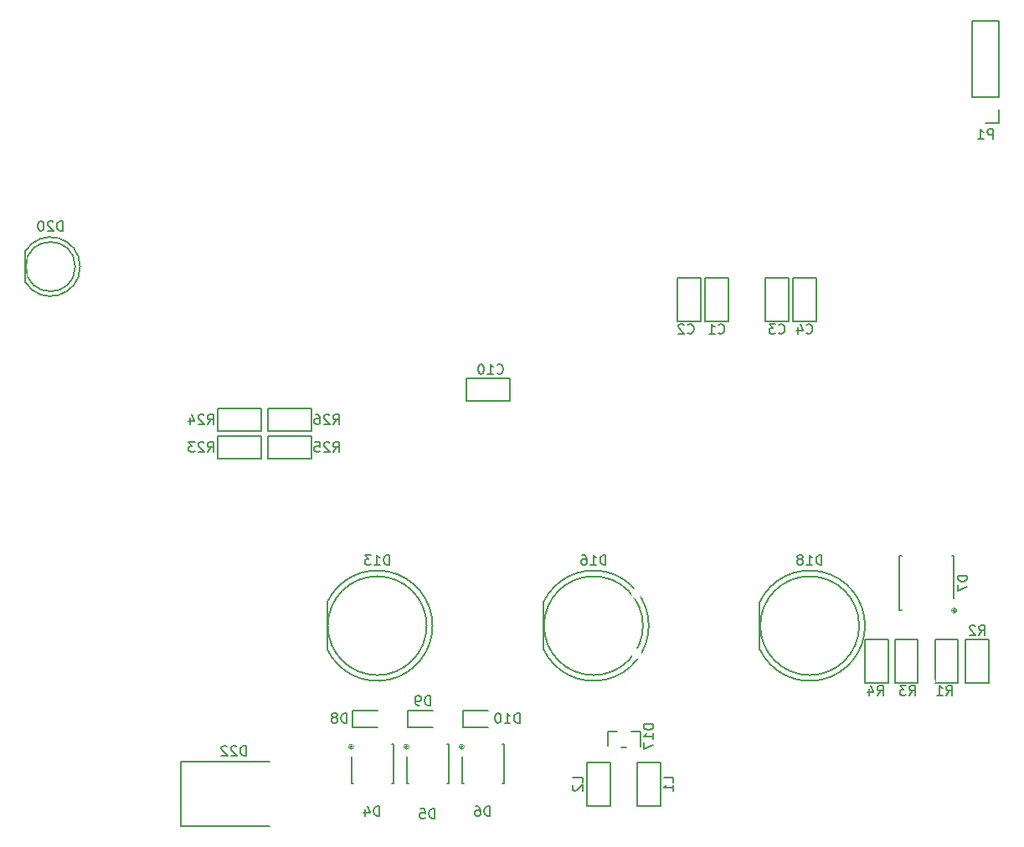
<source format=gbo>
G04 #@! TF.GenerationSoftware,KiCad,Pcbnew,(5.1.6)-1*
G04 #@! TF.CreationDate,2022-03-27T18:43:43+02:00*
G04 #@! TF.ProjectId,signalization_by_fireplace,7369676e-616c-4697-9a61-74696f6e5f62,rev?*
G04 #@! TF.SameCoordinates,Original*
G04 #@! TF.FileFunction,Legend,Bot*
G04 #@! TF.FilePolarity,Positive*
%FSLAX46Y46*%
G04 Gerber Fmt 4.6, Leading zero omitted, Abs format (unit mm)*
G04 Created by KiCad (PCBNEW (5.1.6)-1) date 2022-03-27 18:43:43*
%MOMM*%
%LPD*%
G01*
G04 APERTURE LIST*
%ADD10C,0.160000*%
%ADD11C,0.120000*%
%ADD12O,2.200000X2.200000*%
%ADD13R,2.200000X2.200000*%
%ADD14C,1.100000*%
%ADD15C,2.100000*%
%ADD16R,3.400000X4.100000*%
%ADD17R,1.000000X0.900000*%
%ADD18C,5.100000*%
%ADD19C,6.100000*%
%ADD20O,3.200000X3.200000*%
%ADD21R,3.200000X3.200000*%
%ADD22R,0.900000X2.100000*%
%ADD23C,0.100000*%
%ADD24C,3.600000*%
%ADD25R,3.600000X3.600000*%
%ADD26C,1.600000*%
%ADD27C,3.400000*%
%ADD28R,2.100000X2.100000*%
%ADD29R,1.100000X1.100000*%
%ADD30R,0.900000X2.300000*%
G04 APERTURE END LIST*
D10*
X241245200Y-81389740D02*
X243905200Y-81389740D01*
X242575200Y-83989740D02*
X243905200Y-83989740D01*
X243905200Y-83989740D02*
X243905200Y-82659740D01*
X241245200Y-81389740D02*
X241245200Y-73709740D01*
X243905200Y-81389740D02*
X243905200Y-73709740D01*
X241245200Y-73709740D02*
X243905200Y-73709740D01*
X161226500Y-148642000D02*
X170160500Y-148642000D01*
X161226500Y-148642000D02*
X161226500Y-155142000D01*
X161226500Y-155143200D02*
X170160500Y-155142000D01*
X189738000Y-145122000D02*
X192312000Y-145122000D01*
X189738000Y-143422000D02*
X192312000Y-143422000D01*
X189738000Y-145122000D02*
X189738000Y-143422000D01*
X184150000Y-145122000D02*
X186724000Y-145122000D01*
X184150000Y-143422000D02*
X186724000Y-143422000D01*
X184150000Y-145122000D02*
X184150000Y-143422000D01*
X178562000Y-145122000D02*
X181136000Y-145122000D01*
X178562000Y-143422000D02*
X181136000Y-143422000D01*
X178562000Y-145122000D02*
X178562000Y-143422000D01*
X233876000Y-133281000D02*
X233876000Y-127831000D01*
X233876000Y-133281000D02*
X234061000Y-133281000D01*
X239326000Y-127831000D02*
X239141000Y-127831000D01*
X233876000Y-127831000D02*
X234061000Y-127831000D01*
X239326000Y-132080000D02*
X239326000Y-127831000D01*
D11*
X239649000Y-133350000D02*
G75*
G03*
X239649000Y-133350000I-254000J0D01*
G01*
X239574605Y-133350000D02*
G75*
G03*
X239574605Y-133350000I-179605J0D01*
G01*
X239522000Y-133350000D02*
G75*
G03*
X239522000Y-133350000I-127000J0D01*
G01*
X239451796Y-133350000D02*
G75*
G03*
X239451796Y-133350000I-56796J0D01*
G01*
D10*
X207354000Y-153076000D02*
X209714000Y-153076000D01*
X209714000Y-153076000D02*
X209714000Y-148676000D01*
X209714000Y-148676000D02*
X207354000Y-148676000D01*
X207354000Y-148676000D02*
X207354000Y-153076000D01*
X170012000Y-115226000D02*
X174412000Y-115226000D01*
X174412000Y-115226000D02*
X174412000Y-112866000D01*
X174412000Y-112866000D02*
X170012000Y-112866000D01*
X170012000Y-112866000D02*
X170012000Y-115226000D01*
X174412000Y-115660000D02*
X170012000Y-115660000D01*
X170012000Y-115660000D02*
X170012000Y-118020000D01*
X170012000Y-118020000D02*
X174412000Y-118020000D01*
X174412000Y-118020000D02*
X174412000Y-115660000D01*
X169332000Y-112866000D02*
X164932000Y-112866000D01*
X164932000Y-112866000D02*
X164932000Y-115226000D01*
X164932000Y-115226000D02*
X169332000Y-115226000D01*
X169332000Y-115226000D02*
X169332000Y-112866000D01*
X169332000Y-115660000D02*
X164932000Y-115660000D01*
X164932000Y-115660000D02*
X164932000Y-118020000D01*
X164932000Y-118020000D02*
X169332000Y-118020000D01*
X169332000Y-118020000D02*
X169332000Y-115660000D01*
X230404500Y-136230000D02*
X230404500Y-140630000D01*
X230404500Y-140630000D02*
X232764500Y-140630000D01*
X232764500Y-140630000D02*
X232764500Y-136230000D01*
X232764500Y-136230000D02*
X230404500Y-136230000D01*
X233389000Y-136230000D02*
X233389000Y-140630000D01*
X233389000Y-140630000D02*
X235749000Y-140630000D01*
X235749000Y-140630000D02*
X235749000Y-136230000D01*
X235749000Y-136230000D02*
X233389000Y-136230000D01*
X240564500Y-136230000D02*
X240564500Y-140630000D01*
X240564500Y-140630000D02*
X242924500Y-140630000D01*
X242924500Y-140630000D02*
X242924500Y-136230000D01*
X242924500Y-136230000D02*
X240564500Y-136230000D01*
X237453000Y-136230000D02*
X237453000Y-140630000D01*
X237453000Y-140630000D02*
X239813000Y-140630000D01*
X239813000Y-140630000D02*
X239813000Y-136230000D01*
X239813000Y-136230000D02*
X237453000Y-136230000D01*
X202274000Y-153076000D02*
X204634000Y-153076000D01*
X204634000Y-153076000D02*
X204634000Y-148676000D01*
X204634000Y-148676000D02*
X202274000Y-148676000D01*
X202274000Y-148676000D02*
X202274000Y-153076000D01*
X150518500Y-98552000D02*
G75*
G03*
X150518500Y-98552000I-2500000J0D01*
G01*
X145458500Y-100097000D02*
X145458500Y-97007000D01*
X151008500Y-98552462D02*
G75*
G03*
X145458500Y-97007170I-2990000J462D01*
G01*
X151008500Y-98551538D02*
G75*
G02*
X145458500Y-100096830I-2990000J-462D01*
G01*
X229790000Y-134874000D02*
G75*
G03*
X229790000Y-134874000I-5000000J0D01*
G01*
X219730000Y-137250000D02*
X219730000Y-132498000D01*
X230379998Y-134878741D02*
G75*
G02*
X219730000Y-137249816I-5589998J4741D01*
G01*
X230379998Y-134869259D02*
G75*
G03*
X219730000Y-132498184I-5589998J-4741D01*
G01*
X206248000Y-147193000D02*
X205740000Y-147193000D01*
X204343000Y-145544000D02*
X205273000Y-145544000D01*
X207645000Y-145544000D02*
X206715000Y-145544000D01*
X207645000Y-145544000D02*
X207645000Y-147066000D01*
X204343000Y-145544000D02*
X204343000Y-147004000D01*
X207924000Y-134874000D02*
G75*
G03*
X207924000Y-134874000I-5000000J0D01*
G01*
X197864000Y-137250000D02*
X197864000Y-132498000D01*
X208513998Y-134878741D02*
G75*
G02*
X197864000Y-137249816I-5589998J4741D01*
G01*
X208513998Y-134869259D02*
G75*
G03*
X197864000Y-132498184I-5589998J-4741D01*
G01*
X186058000Y-134874000D02*
G75*
G03*
X186058000Y-134874000I-5000000J0D01*
G01*
X175998000Y-137250000D02*
X175998000Y-132498000D01*
X186647998Y-134878741D02*
G75*
G02*
X175998000Y-137249816I-5589998J4741D01*
G01*
X186647998Y-134869259D02*
G75*
G03*
X175998000Y-132498184I-5589998J-4741D01*
G01*
D11*
X189659510Y-147129500D02*
G75*
G03*
X189659510Y-147129500I-63500J0D01*
G01*
X189738000Y-147129500D02*
G75*
G03*
X189738000Y-147129500I-141990J0D01*
G01*
X189850010Y-147129500D02*
G75*
G03*
X189850010Y-147129500I-254000J0D01*
G01*
D10*
X189690000Y-148082000D02*
X189690000Y-150834000D01*
X193738500Y-146854000D02*
X193850000Y-146854000D01*
X193850000Y-146854000D02*
X193850000Y-150834000D01*
X193738500Y-150834000D02*
X193850000Y-150834000D01*
X189690000Y-150834000D02*
X189801500Y-150834000D01*
D11*
X184071510Y-147129500D02*
G75*
G03*
X184071510Y-147129500I-63500J0D01*
G01*
X184150000Y-147129500D02*
G75*
G03*
X184150000Y-147129500I-141990J0D01*
G01*
X184262010Y-147129500D02*
G75*
G03*
X184262010Y-147129500I-254000J0D01*
G01*
D10*
X184102000Y-148082000D02*
X184102000Y-150834000D01*
X188150500Y-146854000D02*
X188262000Y-146854000D01*
X188262000Y-146854000D02*
X188262000Y-150834000D01*
X188150500Y-150834000D02*
X188262000Y-150834000D01*
X184102000Y-150834000D02*
X184213500Y-150834000D01*
D11*
X178483510Y-147129500D02*
G75*
G03*
X178483510Y-147129500I-63500J0D01*
G01*
X178562000Y-147129500D02*
G75*
G03*
X178562000Y-147129500I-141990J0D01*
G01*
X178674010Y-147129500D02*
G75*
G03*
X178674010Y-147129500I-254000J0D01*
G01*
D10*
X178514000Y-148082000D02*
X178514000Y-150834000D01*
X182562500Y-146854000D02*
X182674000Y-146854000D01*
X182674000Y-146854000D02*
X182674000Y-150834000D01*
X182562500Y-150834000D02*
X182674000Y-150834000D01*
X178514000Y-150834000D02*
X178625500Y-150834000D01*
X190078000Y-109818000D02*
X190078000Y-112178000D01*
X194478000Y-112178000D02*
X194478000Y-109818000D01*
X190078000Y-112178000D02*
X194478000Y-112178000D01*
X194478000Y-109818000D02*
X190078000Y-109818000D01*
X223102000Y-104054000D02*
X225462000Y-104054000D01*
X225462000Y-99654000D02*
X223102000Y-99654000D01*
X225462000Y-104054000D02*
X225462000Y-99654000D01*
X223102000Y-99654000D02*
X223102000Y-104054000D01*
X220308000Y-104054000D02*
X222668000Y-104054000D01*
X222668000Y-99654000D02*
X220308000Y-99654000D01*
X222668000Y-104054000D02*
X222668000Y-99654000D01*
X220308000Y-99654000D02*
X220308000Y-104054000D01*
X211418000Y-104054000D02*
X213778000Y-104054000D01*
X213778000Y-99654000D02*
X211418000Y-99654000D01*
X213778000Y-104054000D02*
X213778000Y-99654000D01*
X211418000Y-99654000D02*
X211418000Y-104054000D01*
X214212000Y-104054000D02*
X216572000Y-104054000D01*
X216572000Y-99654000D02*
X214212000Y-99654000D01*
X216572000Y-104054000D02*
X216572000Y-99654000D01*
X214212000Y-99654000D02*
X214212000Y-104054000D01*
X243313295Y-85652120D02*
X243313295Y-84652120D01*
X242932342Y-84652120D01*
X242837104Y-84699740D01*
X242789485Y-84747359D01*
X242741866Y-84842597D01*
X242741866Y-84985454D01*
X242789485Y-85080692D01*
X242837104Y-85128311D01*
X242932342Y-85175930D01*
X243313295Y-85175930D01*
X241789485Y-85652120D02*
X242360914Y-85652120D01*
X242075200Y-85652120D02*
X242075200Y-84652120D01*
X242170438Y-84794978D01*
X242265676Y-84890216D01*
X242360914Y-84937835D01*
X167774785Y-148026380D02*
X167774785Y-147026380D01*
X167536690Y-147026380D01*
X167393833Y-147074000D01*
X167298595Y-147169238D01*
X167250976Y-147264476D01*
X167203357Y-147454952D01*
X167203357Y-147597809D01*
X167250976Y-147788285D01*
X167298595Y-147883523D01*
X167393833Y-147978761D01*
X167536690Y-148026380D01*
X167774785Y-148026380D01*
X166822404Y-147121619D02*
X166774785Y-147074000D01*
X166679547Y-147026380D01*
X166441452Y-147026380D01*
X166346214Y-147074000D01*
X166298595Y-147121619D01*
X166250976Y-147216857D01*
X166250976Y-147312095D01*
X166298595Y-147454952D01*
X166870023Y-148026380D01*
X166250976Y-148026380D01*
X165870023Y-147121619D02*
X165822404Y-147074000D01*
X165727166Y-147026380D01*
X165489071Y-147026380D01*
X165393833Y-147074000D01*
X165346214Y-147121619D01*
X165298595Y-147216857D01*
X165298595Y-147312095D01*
X165346214Y-147454952D01*
X165917642Y-148026380D01*
X165298595Y-148026380D01*
X195460785Y-144724380D02*
X195460785Y-143724380D01*
X195222690Y-143724380D01*
X195079833Y-143772000D01*
X194984595Y-143867238D01*
X194936976Y-143962476D01*
X194889357Y-144152952D01*
X194889357Y-144295809D01*
X194936976Y-144486285D01*
X194984595Y-144581523D01*
X195079833Y-144676761D01*
X195222690Y-144724380D01*
X195460785Y-144724380D01*
X193936976Y-144724380D02*
X194508404Y-144724380D01*
X194222690Y-144724380D02*
X194222690Y-143724380D01*
X194317928Y-143867238D01*
X194413166Y-143962476D01*
X194508404Y-144010095D01*
X193317928Y-143724380D02*
X193222690Y-143724380D01*
X193127452Y-143772000D01*
X193079833Y-143819619D01*
X193032214Y-143914857D01*
X192984595Y-144105333D01*
X192984595Y-144343428D01*
X193032214Y-144533904D01*
X193079833Y-144629142D01*
X193127452Y-144676761D01*
X193222690Y-144724380D01*
X193317928Y-144724380D01*
X193413166Y-144676761D01*
X193460785Y-144629142D01*
X193508404Y-144533904D01*
X193556023Y-144343428D01*
X193556023Y-144105333D01*
X193508404Y-143914857D01*
X193460785Y-143819619D01*
X193413166Y-143772000D01*
X193317928Y-143724380D01*
X186412095Y-142946380D02*
X186412095Y-141946380D01*
X186174000Y-141946380D01*
X186031142Y-141994000D01*
X185935904Y-142089238D01*
X185888285Y-142184476D01*
X185840666Y-142374952D01*
X185840666Y-142517809D01*
X185888285Y-142708285D01*
X185935904Y-142803523D01*
X186031142Y-142898761D01*
X186174000Y-142946380D01*
X186412095Y-142946380D01*
X185364476Y-142946380D02*
X185174000Y-142946380D01*
X185078761Y-142898761D01*
X185031142Y-142851142D01*
X184935904Y-142708285D01*
X184888285Y-142517809D01*
X184888285Y-142136857D01*
X184935904Y-142041619D01*
X184983523Y-141994000D01*
X185078761Y-141946380D01*
X185269238Y-141946380D01*
X185364476Y-141994000D01*
X185412095Y-142041619D01*
X185459714Y-142136857D01*
X185459714Y-142374952D01*
X185412095Y-142470190D01*
X185364476Y-142517809D01*
X185269238Y-142565428D01*
X185078761Y-142565428D01*
X184983523Y-142517809D01*
X184935904Y-142470190D01*
X184888285Y-142374952D01*
X177966595Y-144724380D02*
X177966595Y-143724380D01*
X177728500Y-143724380D01*
X177585642Y-143772000D01*
X177490404Y-143867238D01*
X177442785Y-143962476D01*
X177395166Y-144152952D01*
X177395166Y-144295809D01*
X177442785Y-144486285D01*
X177490404Y-144581523D01*
X177585642Y-144676761D01*
X177728500Y-144724380D01*
X177966595Y-144724380D01*
X176823738Y-144152952D02*
X176918976Y-144105333D01*
X176966595Y-144057714D01*
X177014214Y-143962476D01*
X177014214Y-143914857D01*
X176966595Y-143819619D01*
X176918976Y-143772000D01*
X176823738Y-143724380D01*
X176633261Y-143724380D01*
X176538023Y-143772000D01*
X176490404Y-143819619D01*
X176442785Y-143914857D01*
X176442785Y-143962476D01*
X176490404Y-144057714D01*
X176538023Y-144105333D01*
X176633261Y-144152952D01*
X176823738Y-144152952D01*
X176918976Y-144200571D01*
X176966595Y-144248190D01*
X177014214Y-144343428D01*
X177014214Y-144533904D01*
X176966595Y-144629142D01*
X176918976Y-144676761D01*
X176823738Y-144724380D01*
X176633261Y-144724380D01*
X176538023Y-144676761D01*
X176490404Y-144629142D01*
X176442785Y-144533904D01*
X176442785Y-144343428D01*
X176490404Y-144248190D01*
X176538023Y-144200571D01*
X176633261Y-144152952D01*
X240736380Y-129817904D02*
X239736380Y-129817904D01*
X239736380Y-130056000D01*
X239784000Y-130198857D01*
X239879238Y-130294095D01*
X239974476Y-130341714D01*
X240164952Y-130389333D01*
X240307809Y-130389333D01*
X240498285Y-130341714D01*
X240593523Y-130294095D01*
X240688761Y-130198857D01*
X240736380Y-130056000D01*
X240736380Y-129817904D01*
X239736380Y-130722666D02*
X239736380Y-131389333D01*
X240736380Y-130960761D01*
X211018380Y-150709333D02*
X211018380Y-150233142D01*
X210018380Y-150233142D01*
X211018380Y-151566476D02*
X211018380Y-150995047D01*
X211018380Y-151280761D02*
X210018380Y-151280761D01*
X210161238Y-151185523D01*
X210256476Y-151090285D01*
X210304095Y-150995047D01*
X176601357Y-114498380D02*
X176934690Y-114022190D01*
X177172785Y-114498380D02*
X177172785Y-113498380D01*
X176791833Y-113498380D01*
X176696595Y-113546000D01*
X176648976Y-113593619D01*
X176601357Y-113688857D01*
X176601357Y-113831714D01*
X176648976Y-113926952D01*
X176696595Y-113974571D01*
X176791833Y-114022190D01*
X177172785Y-114022190D01*
X176220404Y-113593619D02*
X176172785Y-113546000D01*
X176077547Y-113498380D01*
X175839452Y-113498380D01*
X175744214Y-113546000D01*
X175696595Y-113593619D01*
X175648976Y-113688857D01*
X175648976Y-113784095D01*
X175696595Y-113926952D01*
X176268023Y-114498380D01*
X175648976Y-114498380D01*
X174791833Y-113498380D02*
X174982309Y-113498380D01*
X175077547Y-113546000D01*
X175125166Y-113593619D01*
X175220404Y-113736476D01*
X175268023Y-113926952D01*
X175268023Y-114307904D01*
X175220404Y-114403142D01*
X175172785Y-114450761D01*
X175077547Y-114498380D01*
X174887071Y-114498380D01*
X174791833Y-114450761D01*
X174744214Y-114403142D01*
X174696595Y-114307904D01*
X174696595Y-114069809D01*
X174744214Y-113974571D01*
X174791833Y-113926952D01*
X174887071Y-113879333D01*
X175077547Y-113879333D01*
X175172785Y-113926952D01*
X175220404Y-113974571D01*
X175268023Y-114069809D01*
X176601357Y-117292380D02*
X176934690Y-116816190D01*
X177172785Y-117292380D02*
X177172785Y-116292380D01*
X176791833Y-116292380D01*
X176696595Y-116340000D01*
X176648976Y-116387619D01*
X176601357Y-116482857D01*
X176601357Y-116625714D01*
X176648976Y-116720952D01*
X176696595Y-116768571D01*
X176791833Y-116816190D01*
X177172785Y-116816190D01*
X176220404Y-116387619D02*
X176172785Y-116340000D01*
X176077547Y-116292380D01*
X175839452Y-116292380D01*
X175744214Y-116340000D01*
X175696595Y-116387619D01*
X175648976Y-116482857D01*
X175648976Y-116578095D01*
X175696595Y-116720952D01*
X176268023Y-117292380D01*
X175648976Y-117292380D01*
X174744214Y-116292380D02*
X175220404Y-116292380D01*
X175268023Y-116768571D01*
X175220404Y-116720952D01*
X175125166Y-116673333D01*
X174887071Y-116673333D01*
X174791833Y-116720952D01*
X174744214Y-116768571D01*
X174696595Y-116863809D01*
X174696595Y-117101904D01*
X174744214Y-117197142D01*
X174791833Y-117244761D01*
X174887071Y-117292380D01*
X175125166Y-117292380D01*
X175220404Y-117244761D01*
X175268023Y-117197142D01*
X163901357Y-114498380D02*
X164234690Y-114022190D01*
X164472785Y-114498380D02*
X164472785Y-113498380D01*
X164091833Y-113498380D01*
X163996595Y-113546000D01*
X163948976Y-113593619D01*
X163901357Y-113688857D01*
X163901357Y-113831714D01*
X163948976Y-113926952D01*
X163996595Y-113974571D01*
X164091833Y-114022190D01*
X164472785Y-114022190D01*
X163520404Y-113593619D02*
X163472785Y-113546000D01*
X163377547Y-113498380D01*
X163139452Y-113498380D01*
X163044214Y-113546000D01*
X162996595Y-113593619D01*
X162948976Y-113688857D01*
X162948976Y-113784095D01*
X162996595Y-113926952D01*
X163568023Y-114498380D01*
X162948976Y-114498380D01*
X162091833Y-113831714D02*
X162091833Y-114498380D01*
X162329928Y-113450761D02*
X162568023Y-114165047D01*
X161948976Y-114165047D01*
X163901357Y-117292380D02*
X164234690Y-116816190D01*
X164472785Y-117292380D02*
X164472785Y-116292380D01*
X164091833Y-116292380D01*
X163996595Y-116340000D01*
X163948976Y-116387619D01*
X163901357Y-116482857D01*
X163901357Y-116625714D01*
X163948976Y-116720952D01*
X163996595Y-116768571D01*
X164091833Y-116816190D01*
X164472785Y-116816190D01*
X163520404Y-116387619D02*
X163472785Y-116340000D01*
X163377547Y-116292380D01*
X163139452Y-116292380D01*
X163044214Y-116340000D01*
X162996595Y-116387619D01*
X162948976Y-116482857D01*
X162948976Y-116578095D01*
X162996595Y-116720952D01*
X163568023Y-117292380D01*
X162948976Y-117292380D01*
X162615642Y-116292380D02*
X161996595Y-116292380D01*
X162329928Y-116673333D01*
X162187071Y-116673333D01*
X162091833Y-116720952D01*
X162044214Y-116768571D01*
X161996595Y-116863809D01*
X161996595Y-117101904D01*
X162044214Y-117197142D01*
X162091833Y-117244761D01*
X162187071Y-117292380D01*
X162472785Y-117292380D01*
X162568023Y-117244761D01*
X162615642Y-117197142D01*
X231624166Y-141930380D02*
X231957500Y-141454190D01*
X232195595Y-141930380D02*
X232195595Y-140930380D01*
X231814642Y-140930380D01*
X231719404Y-140978000D01*
X231671785Y-141025619D01*
X231624166Y-141120857D01*
X231624166Y-141263714D01*
X231671785Y-141358952D01*
X231719404Y-141406571D01*
X231814642Y-141454190D01*
X232195595Y-141454190D01*
X230767023Y-141263714D02*
X230767023Y-141930380D01*
X231005119Y-140882761D02*
X231243214Y-141597047D01*
X230624166Y-141597047D01*
X234862666Y-141930380D02*
X235196000Y-141454190D01*
X235434095Y-141930380D02*
X235434095Y-140930380D01*
X235053142Y-140930380D01*
X234957904Y-140978000D01*
X234910285Y-141025619D01*
X234862666Y-141120857D01*
X234862666Y-141263714D01*
X234910285Y-141358952D01*
X234957904Y-141406571D01*
X235053142Y-141454190D01*
X235434095Y-141454190D01*
X234529333Y-140930380D02*
X233910285Y-140930380D01*
X234243619Y-141311333D01*
X234100761Y-141311333D01*
X234005523Y-141358952D01*
X233957904Y-141406571D01*
X233910285Y-141501809D01*
X233910285Y-141739904D01*
X233957904Y-141835142D01*
X234005523Y-141882761D01*
X234100761Y-141930380D01*
X234386476Y-141930380D01*
X234481714Y-141882761D01*
X234529333Y-141835142D01*
X241911166Y-135834380D02*
X242244500Y-135358190D01*
X242482595Y-135834380D02*
X242482595Y-134834380D01*
X242101642Y-134834380D01*
X242006404Y-134882000D01*
X241958785Y-134929619D01*
X241911166Y-135024857D01*
X241911166Y-135167714D01*
X241958785Y-135262952D01*
X242006404Y-135310571D01*
X242101642Y-135358190D01*
X242482595Y-135358190D01*
X241530214Y-134929619D02*
X241482595Y-134882000D01*
X241387357Y-134834380D01*
X241149261Y-134834380D01*
X241054023Y-134882000D01*
X241006404Y-134929619D01*
X240958785Y-135024857D01*
X240958785Y-135120095D01*
X241006404Y-135262952D01*
X241577833Y-135834380D01*
X240958785Y-135834380D01*
X238609166Y-141930380D02*
X238942500Y-141454190D01*
X239180595Y-141930380D02*
X239180595Y-140930380D01*
X238799642Y-140930380D01*
X238704404Y-140978000D01*
X238656785Y-141025619D01*
X238609166Y-141120857D01*
X238609166Y-141263714D01*
X238656785Y-141358952D01*
X238704404Y-141406571D01*
X238799642Y-141454190D01*
X239180595Y-141454190D01*
X237656785Y-141930380D02*
X238228214Y-141930380D01*
X237942500Y-141930380D02*
X237942500Y-140930380D01*
X238037738Y-141073238D01*
X238132976Y-141168476D01*
X238228214Y-141216095D01*
X201810880Y-150709333D02*
X201810880Y-150233142D01*
X200810880Y-150233142D01*
X200906119Y-150995047D02*
X200858500Y-151042666D01*
X200810880Y-151137904D01*
X200810880Y-151376000D01*
X200858500Y-151471238D01*
X200906119Y-151518857D01*
X201001357Y-151566476D01*
X201096595Y-151566476D01*
X201239452Y-151518857D01*
X201810880Y-150947428D01*
X201810880Y-151566476D01*
X149232785Y-94940380D02*
X149232785Y-93940380D01*
X148994690Y-93940380D01*
X148851833Y-93988000D01*
X148756595Y-94083238D01*
X148708976Y-94178476D01*
X148661357Y-94368952D01*
X148661357Y-94511809D01*
X148708976Y-94702285D01*
X148756595Y-94797523D01*
X148851833Y-94892761D01*
X148994690Y-94940380D01*
X149232785Y-94940380D01*
X148280404Y-94035619D02*
X148232785Y-93988000D01*
X148137547Y-93940380D01*
X147899452Y-93940380D01*
X147804214Y-93988000D01*
X147756595Y-94035619D01*
X147708976Y-94130857D01*
X147708976Y-94226095D01*
X147756595Y-94368952D01*
X148328023Y-94940380D01*
X147708976Y-94940380D01*
X147089928Y-93940380D02*
X146994690Y-93940380D01*
X146899452Y-93988000D01*
X146851833Y-94035619D01*
X146804214Y-94130857D01*
X146756595Y-94321333D01*
X146756595Y-94559428D01*
X146804214Y-94749904D01*
X146851833Y-94845142D01*
X146899452Y-94892761D01*
X146994690Y-94940380D01*
X147089928Y-94940380D01*
X147185166Y-94892761D01*
X147232785Y-94845142D01*
X147280404Y-94749904D01*
X147328023Y-94559428D01*
X147328023Y-94321333D01*
X147280404Y-94130857D01*
X147232785Y-94035619D01*
X147185166Y-93988000D01*
X147089928Y-93940380D01*
X226004285Y-128722380D02*
X226004285Y-127722380D01*
X225766190Y-127722380D01*
X225623333Y-127770000D01*
X225528095Y-127865238D01*
X225480476Y-127960476D01*
X225432857Y-128150952D01*
X225432857Y-128293809D01*
X225480476Y-128484285D01*
X225528095Y-128579523D01*
X225623333Y-128674761D01*
X225766190Y-128722380D01*
X226004285Y-128722380D01*
X224480476Y-128722380D02*
X225051904Y-128722380D01*
X224766190Y-128722380D02*
X224766190Y-127722380D01*
X224861428Y-127865238D01*
X224956666Y-127960476D01*
X225051904Y-128008095D01*
X223909047Y-128150952D02*
X224004285Y-128103333D01*
X224051904Y-128055714D01*
X224099523Y-127960476D01*
X224099523Y-127912857D01*
X224051904Y-127817619D01*
X224004285Y-127770000D01*
X223909047Y-127722380D01*
X223718571Y-127722380D01*
X223623333Y-127770000D01*
X223575714Y-127817619D01*
X223528095Y-127912857D01*
X223528095Y-127960476D01*
X223575714Y-128055714D01*
X223623333Y-128103333D01*
X223718571Y-128150952D01*
X223909047Y-128150952D01*
X224004285Y-128198571D01*
X224051904Y-128246190D01*
X224099523Y-128341428D01*
X224099523Y-128531904D01*
X224051904Y-128627142D01*
X224004285Y-128674761D01*
X223909047Y-128722380D01*
X223718571Y-128722380D01*
X223623333Y-128674761D01*
X223575714Y-128627142D01*
X223528095Y-128531904D01*
X223528095Y-128341428D01*
X223575714Y-128246190D01*
X223623333Y-128198571D01*
X223718571Y-128150952D01*
X208986380Y-144835714D02*
X207986380Y-144835714D01*
X207986380Y-145073809D01*
X208034000Y-145216666D01*
X208129238Y-145311904D01*
X208224476Y-145359523D01*
X208414952Y-145407142D01*
X208557809Y-145407142D01*
X208748285Y-145359523D01*
X208843523Y-145311904D01*
X208938761Y-145216666D01*
X208986380Y-145073809D01*
X208986380Y-144835714D01*
X208986380Y-146359523D02*
X208986380Y-145788095D01*
X208986380Y-146073809D02*
X207986380Y-146073809D01*
X208129238Y-145978571D01*
X208224476Y-145883333D01*
X208272095Y-145788095D01*
X207986380Y-146692857D02*
X207986380Y-147359523D01*
X208986380Y-146930952D01*
X204160285Y-128722380D02*
X204160285Y-127722380D01*
X203922190Y-127722380D01*
X203779333Y-127770000D01*
X203684095Y-127865238D01*
X203636476Y-127960476D01*
X203588857Y-128150952D01*
X203588857Y-128293809D01*
X203636476Y-128484285D01*
X203684095Y-128579523D01*
X203779333Y-128674761D01*
X203922190Y-128722380D01*
X204160285Y-128722380D01*
X202636476Y-128722380D02*
X203207904Y-128722380D01*
X202922190Y-128722380D02*
X202922190Y-127722380D01*
X203017428Y-127865238D01*
X203112666Y-127960476D01*
X203207904Y-128008095D01*
X201779333Y-127722380D02*
X201969809Y-127722380D01*
X202065047Y-127770000D01*
X202112666Y-127817619D01*
X202207904Y-127960476D01*
X202255523Y-128150952D01*
X202255523Y-128531904D01*
X202207904Y-128627142D01*
X202160285Y-128674761D01*
X202065047Y-128722380D01*
X201874571Y-128722380D01*
X201779333Y-128674761D01*
X201731714Y-128627142D01*
X201684095Y-128531904D01*
X201684095Y-128293809D01*
X201731714Y-128198571D01*
X201779333Y-128150952D01*
X201874571Y-128103333D01*
X202065047Y-128103333D01*
X202160285Y-128150952D01*
X202207904Y-128198571D01*
X202255523Y-128293809D01*
X182272285Y-128722380D02*
X182272285Y-127722380D01*
X182034190Y-127722380D01*
X181891333Y-127770000D01*
X181796095Y-127865238D01*
X181748476Y-127960476D01*
X181700857Y-128150952D01*
X181700857Y-128293809D01*
X181748476Y-128484285D01*
X181796095Y-128579523D01*
X181891333Y-128674761D01*
X182034190Y-128722380D01*
X182272285Y-128722380D01*
X180748476Y-128722380D02*
X181319904Y-128722380D01*
X181034190Y-128722380D02*
X181034190Y-127722380D01*
X181129428Y-127865238D01*
X181224666Y-127960476D01*
X181319904Y-128008095D01*
X180415142Y-127722380D02*
X179796095Y-127722380D01*
X180129428Y-128103333D01*
X179986571Y-128103333D01*
X179891333Y-128150952D01*
X179843714Y-128198571D01*
X179796095Y-128293809D01*
X179796095Y-128531904D01*
X179843714Y-128627142D01*
X179891333Y-128674761D01*
X179986571Y-128722380D01*
X180272285Y-128722380D01*
X180367523Y-128674761D01*
X180415142Y-128627142D01*
X192444595Y-154122380D02*
X192444595Y-153122380D01*
X192206500Y-153122380D01*
X192063642Y-153170000D01*
X191968404Y-153265238D01*
X191920785Y-153360476D01*
X191873166Y-153550952D01*
X191873166Y-153693809D01*
X191920785Y-153884285D01*
X191968404Y-153979523D01*
X192063642Y-154074761D01*
X192206500Y-154122380D01*
X192444595Y-154122380D01*
X191016023Y-153122380D02*
X191206500Y-153122380D01*
X191301738Y-153170000D01*
X191349357Y-153217619D01*
X191444595Y-153360476D01*
X191492214Y-153550952D01*
X191492214Y-153931904D01*
X191444595Y-154027142D01*
X191396976Y-154074761D01*
X191301738Y-154122380D01*
X191111261Y-154122380D01*
X191016023Y-154074761D01*
X190968404Y-154027142D01*
X190920785Y-153931904D01*
X190920785Y-153693809D01*
X190968404Y-153598571D01*
X191016023Y-153550952D01*
X191111261Y-153503333D01*
X191301738Y-153503333D01*
X191396976Y-153550952D01*
X191444595Y-153598571D01*
X191492214Y-153693809D01*
X186856595Y-154376380D02*
X186856595Y-153376380D01*
X186618500Y-153376380D01*
X186475642Y-153424000D01*
X186380404Y-153519238D01*
X186332785Y-153614476D01*
X186285166Y-153804952D01*
X186285166Y-153947809D01*
X186332785Y-154138285D01*
X186380404Y-154233523D01*
X186475642Y-154328761D01*
X186618500Y-154376380D01*
X186856595Y-154376380D01*
X185380404Y-153376380D02*
X185856595Y-153376380D01*
X185904214Y-153852571D01*
X185856595Y-153804952D01*
X185761357Y-153757333D01*
X185523261Y-153757333D01*
X185428023Y-153804952D01*
X185380404Y-153852571D01*
X185332785Y-153947809D01*
X185332785Y-154185904D01*
X185380404Y-154281142D01*
X185428023Y-154328761D01*
X185523261Y-154376380D01*
X185761357Y-154376380D01*
X185856595Y-154328761D01*
X185904214Y-154281142D01*
X181268595Y-154122380D02*
X181268595Y-153122380D01*
X181030500Y-153122380D01*
X180887642Y-153170000D01*
X180792404Y-153265238D01*
X180744785Y-153360476D01*
X180697166Y-153550952D01*
X180697166Y-153693809D01*
X180744785Y-153884285D01*
X180792404Y-153979523D01*
X180887642Y-154074761D01*
X181030500Y-154122380D01*
X181268595Y-154122380D01*
X179840023Y-153455714D02*
X179840023Y-154122380D01*
X180078119Y-153074761D02*
X180316214Y-153789047D01*
X179697166Y-153789047D01*
X193174857Y-109323142D02*
X193222476Y-109370761D01*
X193365333Y-109418380D01*
X193460571Y-109418380D01*
X193603428Y-109370761D01*
X193698666Y-109275523D01*
X193746285Y-109180285D01*
X193793904Y-108989809D01*
X193793904Y-108846952D01*
X193746285Y-108656476D01*
X193698666Y-108561238D01*
X193603428Y-108466000D01*
X193460571Y-108418380D01*
X193365333Y-108418380D01*
X193222476Y-108466000D01*
X193174857Y-108513619D01*
X192222476Y-109418380D02*
X192793904Y-109418380D01*
X192508190Y-109418380D02*
X192508190Y-108418380D01*
X192603428Y-108561238D01*
X192698666Y-108656476D01*
X192793904Y-108704095D01*
X191603428Y-108418380D02*
X191508190Y-108418380D01*
X191412952Y-108466000D01*
X191365333Y-108513619D01*
X191317714Y-108608857D01*
X191270095Y-108799333D01*
X191270095Y-109037428D01*
X191317714Y-109227904D01*
X191365333Y-109323142D01*
X191412952Y-109370761D01*
X191508190Y-109418380D01*
X191603428Y-109418380D01*
X191698666Y-109370761D01*
X191746285Y-109323142D01*
X191793904Y-109227904D01*
X191841523Y-109037428D01*
X191841523Y-108799333D01*
X191793904Y-108608857D01*
X191746285Y-108513619D01*
X191698666Y-108466000D01*
X191603428Y-108418380D01*
X224448666Y-105259142D02*
X224496285Y-105306761D01*
X224639142Y-105354380D01*
X224734380Y-105354380D01*
X224877238Y-105306761D01*
X224972476Y-105211523D01*
X225020095Y-105116285D01*
X225067714Y-104925809D01*
X225067714Y-104782952D01*
X225020095Y-104592476D01*
X224972476Y-104497238D01*
X224877238Y-104402000D01*
X224734380Y-104354380D01*
X224639142Y-104354380D01*
X224496285Y-104402000D01*
X224448666Y-104449619D01*
X223591523Y-104687714D02*
X223591523Y-105354380D01*
X223829619Y-104306761D02*
X224067714Y-105021047D01*
X223448666Y-105021047D01*
X221654666Y-105259142D02*
X221702285Y-105306761D01*
X221845142Y-105354380D01*
X221940380Y-105354380D01*
X222083238Y-105306761D01*
X222178476Y-105211523D01*
X222226095Y-105116285D01*
X222273714Y-104925809D01*
X222273714Y-104782952D01*
X222226095Y-104592476D01*
X222178476Y-104497238D01*
X222083238Y-104402000D01*
X221940380Y-104354380D01*
X221845142Y-104354380D01*
X221702285Y-104402000D01*
X221654666Y-104449619D01*
X221321333Y-104354380D02*
X220702285Y-104354380D01*
X221035619Y-104735333D01*
X220892761Y-104735333D01*
X220797523Y-104782952D01*
X220749904Y-104830571D01*
X220702285Y-104925809D01*
X220702285Y-105163904D01*
X220749904Y-105259142D01*
X220797523Y-105306761D01*
X220892761Y-105354380D01*
X221178476Y-105354380D01*
X221273714Y-105306761D01*
X221321333Y-105259142D01*
X212447166Y-105259142D02*
X212494785Y-105306761D01*
X212637642Y-105354380D01*
X212732880Y-105354380D01*
X212875738Y-105306761D01*
X212970976Y-105211523D01*
X213018595Y-105116285D01*
X213066214Y-104925809D01*
X213066214Y-104782952D01*
X213018595Y-104592476D01*
X212970976Y-104497238D01*
X212875738Y-104402000D01*
X212732880Y-104354380D01*
X212637642Y-104354380D01*
X212494785Y-104402000D01*
X212447166Y-104449619D01*
X212066214Y-104449619D02*
X212018595Y-104402000D01*
X211923357Y-104354380D01*
X211685261Y-104354380D01*
X211590023Y-104402000D01*
X211542404Y-104449619D01*
X211494785Y-104544857D01*
X211494785Y-104640095D01*
X211542404Y-104782952D01*
X212113833Y-105354380D01*
X211494785Y-105354380D01*
X215558666Y-105259142D02*
X215606285Y-105306761D01*
X215749142Y-105354380D01*
X215844380Y-105354380D01*
X215987238Y-105306761D01*
X216082476Y-105211523D01*
X216130095Y-105116285D01*
X216177714Y-104925809D01*
X216177714Y-104782952D01*
X216130095Y-104592476D01*
X216082476Y-104497238D01*
X215987238Y-104402000D01*
X215844380Y-104354380D01*
X215749142Y-104354380D01*
X215606285Y-104402000D01*
X215558666Y-104449619D01*
X214606285Y-105354380D02*
X215177714Y-105354380D01*
X214892000Y-105354380D02*
X214892000Y-104354380D01*
X214987238Y-104497238D01*
X215082476Y-104592476D01*
X215177714Y-104640095D01*
%LPC*%
D12*
X242575200Y-80119740D03*
X242575200Y-75039740D03*
D13*
X242575200Y-82659740D03*
D12*
X242575200Y-77579740D03*
D14*
X247650000Y-76708000D03*
X144462500Y-95250000D03*
X158750000Y-76708000D03*
D15*
X160985200Y-113030000D03*
X158432500Y-115570000D03*
X158432500Y-110490000D03*
D14*
X171894500Y-120904000D03*
X168592500Y-145288000D03*
X163157337Y-145326037D03*
D16*
X163160500Y-151892000D03*
X169960500Y-151892000D03*
D17*
X191987000Y-144272000D03*
X190537000Y-144272000D03*
X186399000Y-144272000D03*
X184949000Y-144272000D03*
X180811000Y-144272000D03*
X179361000Y-144272000D03*
D18*
X156424000Y-126080000D03*
X249468000Y-126080000D03*
X249468000Y-71080000D03*
X156424000Y-71080000D03*
D19*
X141668500Y-157533922D03*
X197400000Y-157480000D03*
X214460000Y-157480000D03*
X250460500Y-135302000D03*
X264350500Y-157480000D03*
X264350500Y-72073441D03*
X141668500Y-72106428D03*
D14*
X153352500Y-159004000D03*
X240982500Y-159004000D03*
X256730500Y-159004000D03*
D20*
X257492500Y-143004000D03*
X257492500Y-146644000D03*
D21*
X257492500Y-153924000D03*
D20*
X257492500Y-150284000D03*
X240792000Y-143004000D03*
X240792000Y-146644000D03*
D21*
X240792000Y-153924000D03*
D20*
X240792000Y-150284000D03*
D14*
X207264000Y-137668000D03*
X186944000Y-131318000D03*
X186944000Y-137414000D03*
X180022500Y-137414000D03*
X225044000Y-136906000D03*
X218440000Y-138430000D03*
X207264000Y-131572000D03*
X201612500Y-137668000D03*
X261556500Y-146050000D03*
X234950000Y-76708000D03*
X184150000Y-76708000D03*
X171450000Y-76708000D03*
X144462500Y-107950000D03*
X144462500Y-120650000D03*
X210058000Y-117856000D03*
X210058000Y-108458000D03*
X185166000Y-110236000D03*
X185166000Y-124968000D03*
X220916500Y-159004000D03*
X231076500Y-159004000D03*
X259270500Y-133350000D03*
X259270500Y-120650000D03*
X259270500Y-107950000D03*
X259270500Y-95250000D03*
X259270500Y-82550000D03*
X222250000Y-76708000D03*
X209550000Y-76708000D03*
X196850000Y-76708000D03*
X144462500Y-82550000D03*
X144462500Y-133350000D03*
X144462500Y-146050000D03*
X208026000Y-143002000D03*
X180530500Y-152400000D03*
X186182000Y-152400000D03*
X191770000Y-152400000D03*
X190500000Y-142748000D03*
X192024000Y-142748000D03*
X180848000Y-142748000D03*
X179324000Y-142748000D03*
X195072000Y-137668000D03*
X192024000Y-137668000D03*
X251650500Y-146558000D03*
X224980500Y-155194000D03*
X228346000Y-148082000D03*
X236982000Y-140462000D03*
X231076500Y-131826000D03*
X228854000Y-124968000D03*
X228854000Y-122174000D03*
X236474000Y-123952000D03*
X223520000Y-115824000D03*
X224536000Y-106680000D03*
X222504000Y-106680000D03*
X213868000Y-104902000D03*
X215900000Y-99060000D03*
X218440000Y-99060000D03*
X220980000Y-99060000D03*
X227076000Y-103124000D03*
X235966000Y-91440000D03*
X235902500Y-84582000D03*
X198120000Y-81788000D03*
X181546500Y-85090000D03*
X195072000Y-110490000D03*
X208788000Y-106172000D03*
X190754000Y-112776000D03*
X195072000Y-112776000D03*
X204470000Y-121666000D03*
X193548000Y-123190000D03*
X168656000Y-110236000D03*
X163004500Y-118618000D03*
X176022000Y-98552000D03*
X173482000Y-105918000D03*
X163068000Y-106172000D03*
X185166000Y-114808000D03*
X168656000Y-105918000D03*
X172212000Y-109982000D03*
X170688000Y-109982000D03*
X188214000Y-118872000D03*
X165862000Y-119126000D03*
X169926000Y-120904000D03*
X168656000Y-120904000D03*
D22*
X237236000Y-133316000D03*
X235966000Y-127796000D03*
X237236000Y-127796000D03*
X238506000Y-133316000D03*
X234696000Y-127796000D03*
X238506000Y-127796000D03*
X235966000Y-133316000D03*
X234696000Y-133316000D03*
D23*
G36*
X209484000Y-152846000D02*
G01*
X207584000Y-152846000D01*
X207584000Y-151446000D01*
X209484000Y-151446000D01*
X209484000Y-152846000D01*
G37*
G36*
X209484000Y-150306000D02*
G01*
X207584000Y-150306000D01*
X207584000Y-148906000D01*
X209484000Y-148906000D01*
X209484000Y-150306000D01*
G37*
G36*
X171642000Y-113096000D02*
G01*
X171642000Y-114996000D01*
X170242000Y-114996000D01*
X170242000Y-113096000D01*
X171642000Y-113096000D01*
G37*
G36*
X174182000Y-113096000D02*
G01*
X174182000Y-114996000D01*
X172782000Y-114996000D01*
X172782000Y-113096000D01*
X174182000Y-113096000D01*
G37*
G36*
X172782000Y-117790000D02*
G01*
X172782000Y-115890000D01*
X174182000Y-115890000D01*
X174182000Y-117790000D01*
X172782000Y-117790000D01*
G37*
G36*
X170242000Y-117790000D02*
G01*
X170242000Y-115890000D01*
X171642000Y-115890000D01*
X171642000Y-117790000D01*
X170242000Y-117790000D01*
G37*
G36*
X167702000Y-114996000D02*
G01*
X167702000Y-113096000D01*
X169102000Y-113096000D01*
X169102000Y-114996000D01*
X167702000Y-114996000D01*
G37*
G36*
X165162000Y-114996000D02*
G01*
X165162000Y-113096000D01*
X166562000Y-113096000D01*
X166562000Y-114996000D01*
X165162000Y-114996000D01*
G37*
G36*
X167702000Y-117790000D02*
G01*
X167702000Y-115890000D01*
X169102000Y-115890000D01*
X169102000Y-117790000D01*
X167702000Y-117790000D01*
G37*
G36*
X165162000Y-117790000D02*
G01*
X165162000Y-115890000D01*
X166562000Y-115890000D01*
X166562000Y-117790000D01*
X165162000Y-117790000D01*
G37*
G36*
X232534500Y-137860000D02*
G01*
X230634500Y-137860000D01*
X230634500Y-136460000D01*
X232534500Y-136460000D01*
X232534500Y-137860000D01*
G37*
G36*
X232534500Y-140400000D02*
G01*
X230634500Y-140400000D01*
X230634500Y-139000000D01*
X232534500Y-139000000D01*
X232534500Y-140400000D01*
G37*
G36*
X235519000Y-137860000D02*
G01*
X233619000Y-137860000D01*
X233619000Y-136460000D01*
X235519000Y-136460000D01*
X235519000Y-137860000D01*
G37*
G36*
X235519000Y-140400000D02*
G01*
X233619000Y-140400000D01*
X233619000Y-139000000D01*
X235519000Y-139000000D01*
X235519000Y-140400000D01*
G37*
G36*
X242694500Y-137860000D02*
G01*
X240794500Y-137860000D01*
X240794500Y-136460000D01*
X242694500Y-136460000D01*
X242694500Y-137860000D01*
G37*
G36*
X242694500Y-140400000D02*
G01*
X240794500Y-140400000D01*
X240794500Y-139000000D01*
X242694500Y-139000000D01*
X242694500Y-140400000D01*
G37*
G36*
X239583000Y-137860000D02*
G01*
X237683000Y-137860000D01*
X237683000Y-136460000D01*
X239583000Y-136460000D01*
X239583000Y-137860000D01*
G37*
G36*
X239583000Y-140400000D02*
G01*
X237683000Y-140400000D01*
X237683000Y-139000000D01*
X239583000Y-139000000D01*
X239583000Y-140400000D01*
G37*
D13*
X185420000Y-101854000D03*
D12*
X185420000Y-96774000D03*
X185420000Y-99314000D03*
D13*
X189992000Y-101854000D03*
D12*
X189992000Y-96774000D03*
X189992000Y-99314000D03*
D13*
X194564000Y-101854000D03*
D12*
X194564000Y-96774000D03*
X194564000Y-99314000D03*
D13*
X199136000Y-101854000D03*
D12*
X199136000Y-96774000D03*
X199136000Y-99314000D03*
X243078000Y-97282000D03*
D13*
X243078000Y-94742000D03*
D12*
X239014000Y-94742000D03*
D13*
X239014000Y-97282000D03*
D12*
X231394000Y-97536000D03*
D13*
X231394000Y-94996000D03*
D12*
X227330000Y-94996000D03*
D13*
X227330000Y-97536000D03*
D12*
X227076000Y-115570000D03*
D13*
X227076000Y-113030000D03*
D12*
X231140000Y-113030000D03*
D13*
X231140000Y-115570000D03*
D12*
X239014000Y-115570000D03*
D13*
X239014000Y-113030000D03*
D12*
X243332000Y-113030000D03*
D13*
X243332000Y-115570000D03*
D12*
X215138000Y-91440000D03*
D13*
X215138000Y-93980000D03*
D12*
X209296000Y-91440000D03*
D13*
X209296000Y-93980000D03*
D23*
G36*
X204404000Y-152846000D02*
G01*
X202504000Y-152846000D01*
X202504000Y-151446000D01*
X204404000Y-151446000D01*
X204404000Y-152846000D01*
G37*
G36*
X204404000Y-150306000D02*
G01*
X202504000Y-150306000D01*
X202504000Y-148906000D01*
X204404000Y-148906000D01*
X204404000Y-150306000D01*
G37*
D24*
X163860000Y-157734000D03*
D25*
X168940000Y-157734000D03*
X203360000Y-155448000D03*
D24*
X208440000Y-155448000D03*
D26*
X224156000Y-146304000D03*
X230506000Y-143764000D03*
D27*
X220344000Y-152654000D03*
D26*
X229236000Y-146304000D03*
X222886000Y-143764000D03*
X226696000Y-146304000D03*
X225426000Y-143764000D03*
X227966000Y-143764000D03*
X221616000Y-146304000D03*
D27*
X231776000Y-152654000D03*
D24*
X186150000Y-157734000D03*
D25*
X191230000Y-157734000D03*
D24*
X181070000Y-157734000D03*
D28*
X146748500Y-98552000D03*
D15*
X149288500Y-98552000D03*
X226060000Y-134874000D03*
D28*
X223520000Y-134874000D03*
D29*
X205994000Y-145104000D03*
X205044000Y-147304000D03*
X206944000Y-147304000D03*
D15*
X204194000Y-134874000D03*
D28*
X201654000Y-134874000D03*
D15*
X182328000Y-134874000D03*
D28*
X179788000Y-134874000D03*
D30*
X191770000Y-147116800D03*
X193040000Y-147116800D03*
X190500000Y-147116800D03*
X193040000Y-150571200D03*
X191770000Y-150571200D03*
X190500000Y-150571200D03*
X186182000Y-147116800D03*
X187452000Y-147116800D03*
X184912000Y-147116800D03*
X187452000Y-150571200D03*
X186182000Y-150571200D03*
X184912000Y-150571200D03*
X180594000Y-147116800D03*
X181864000Y-147116800D03*
X179324000Y-147116800D03*
X181864000Y-150571200D03*
X180594000Y-150571200D03*
X179324000Y-150571200D03*
D23*
G36*
X191708000Y-110048000D02*
G01*
X191708000Y-111948000D01*
X190308000Y-111948000D01*
X190308000Y-110048000D01*
X191708000Y-110048000D01*
G37*
G36*
X194248000Y-110048000D02*
G01*
X194248000Y-111948000D01*
X192848000Y-111948000D01*
X192848000Y-110048000D01*
X194248000Y-110048000D01*
G37*
G36*
X223332000Y-102424000D02*
G01*
X225232000Y-102424000D01*
X225232000Y-103824000D01*
X223332000Y-103824000D01*
X223332000Y-102424000D01*
G37*
G36*
X223332000Y-99884000D02*
G01*
X225232000Y-99884000D01*
X225232000Y-101284000D01*
X223332000Y-101284000D01*
X223332000Y-99884000D01*
G37*
G36*
X220538000Y-102424000D02*
G01*
X222438000Y-102424000D01*
X222438000Y-103824000D01*
X220538000Y-103824000D01*
X220538000Y-102424000D01*
G37*
G36*
X220538000Y-99884000D02*
G01*
X222438000Y-99884000D01*
X222438000Y-101284000D01*
X220538000Y-101284000D01*
X220538000Y-99884000D01*
G37*
G36*
X211648000Y-102424000D02*
G01*
X213548000Y-102424000D01*
X213548000Y-103824000D01*
X211648000Y-103824000D01*
X211648000Y-102424000D01*
G37*
G36*
X211648000Y-99884000D02*
G01*
X213548000Y-99884000D01*
X213548000Y-101284000D01*
X211648000Y-101284000D01*
X211648000Y-99884000D01*
G37*
G36*
X214442000Y-102424000D02*
G01*
X216342000Y-102424000D01*
X216342000Y-103824000D01*
X214442000Y-103824000D01*
X214442000Y-102424000D01*
G37*
G36*
X214442000Y-99884000D02*
G01*
X216342000Y-99884000D01*
X216342000Y-101284000D01*
X214442000Y-101284000D01*
X214442000Y-99884000D01*
G37*
M02*

</source>
